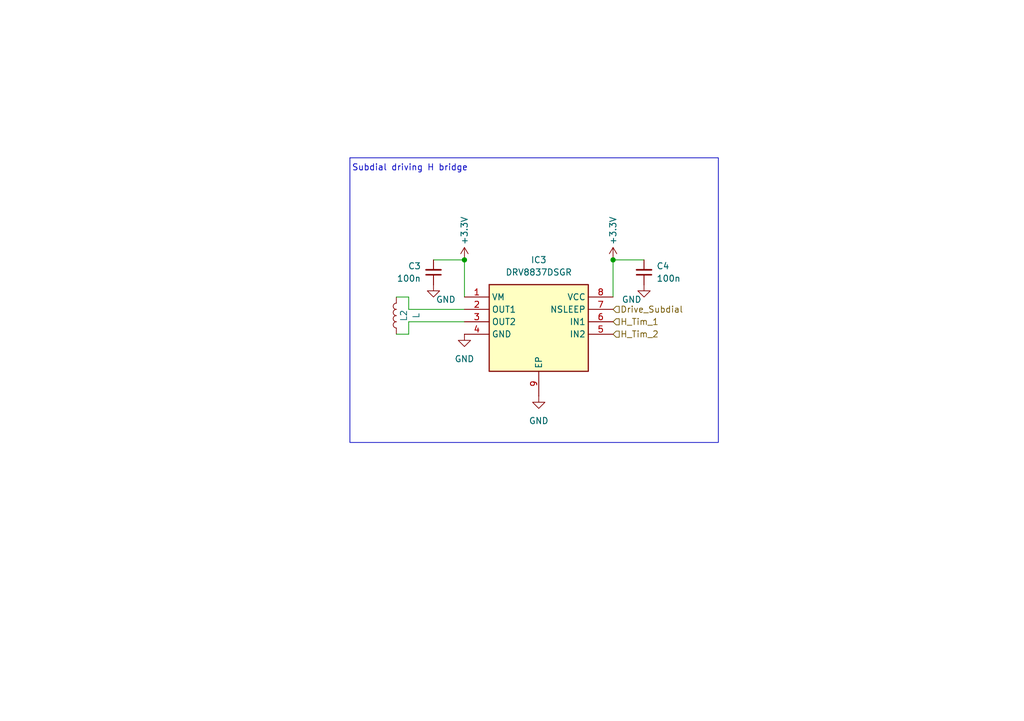
<source format=kicad_sch>
(kicad_sch (version 20250114) (generator "eeschema") (generator_version "9.0")
  (paper "A5")
  (lib_symbols
    (symbol "Device:C_Small" (pin_numbers (hide yes)) (pin_names (offset 0.254) (hide yes))
      (property "Reference" "C" (at 0.254 1.778 0))
      (property "Value" "C_Small" (at 0.254 -2.032 0))
      (symbol "C_Small_0_1"
        (polyline (pts (xy -1.524 0.508) (xy 1.524 0.508)) (stroke (width 0.3048)))
        (polyline (pts (xy -1.524 -0.508) (xy 1.524 -0.508)) (stroke (width 0.3302)))
      )
      (symbol "C_Small_1_1"
        (pin passive line (at 0 2.54 270) (length 2.032) (name "~") (number "1"))
        (pin passive line (at 0 -2.54 90) (length 2.032) (name "~") (number "2"))
      )
    )
    (symbol "Device:L" (pin_numbers (hide yes)) (pin_names (offset 1.016) (hide yes))
      (property "Reference" "L" (at -1.27 0 90))
      (property "Value" "L" (at 1.905 0 90))
      (symbol "L_0_1"
        (arc (start 0 2.54) (mid 0.6323 1.905) (end 0 1.27))
        (arc (start 0 1.27) (mid 0.6323 0.635) (end 0 0))
        (arc (start 0 0) (mid 0.6323 -0.635) (end 0 -1.27))
        (arc (start 0 -1.27) (mid 0.6323 -1.905) (end 0 -2.54))
      )
      (symbol "L_1_1"
        (pin passive line (at 0 3.81 270) (length 1.27) (name "1") (number "1"))
        (pin passive line (at 0 -3.81 90) (length 1.27) (name "2") (number "2"))
      )
    )
    (symbol "SamacSys_Parts:DRV8837DSGR"
      (property "Reference" "IC" (at 26.67 7.62 0))
      (property "Value" "DRV8837DSGR" (at 26.67 5.08 0))
      (symbol "DRV8837DSGR_1_1"
        (rectangle (start 5.08 2.54) (end 25.4 -15.24) (stroke (width 0.254)) (fill (type background)))
        (pin passive line (at 0 0 0) (length 5.08) (name "VM") (number "1"))
        (pin passive line (at 0 -2.54 0) (length 5.08) (name "OUT1") (number "2"))
        (pin passive line (at 0 -5.08 0) (length 5.08) (name "OUT2") (number "3"))
        (pin passive line (at 0 -7.62 0) (length 5.08) (name "GND") (number "4"))
        (pin passive line (at 15.24 -20.32 90) (length 5.08) (name "EP") (number "9"))
        (pin passive line (at 30.48 0 180) (length 5.08) (name "VCC") (number "8"))
        (pin passive line (at 30.48 -2.54 180) (length 5.08) (name "NSLEEP") (number "7"))
        (pin passive line (at 30.48 -5.08 180) (length 5.08) (name "IN1") (number "6"))
        (pin passive line (at 30.48 -7.62 180) (length 5.08) (name "IN2") (number "5"))
      )
    )
    (symbol "power:+3.3V" (power) (pin_numbers (hide yes)) (pin_names (offset 0) (hide yes))
      (property "Value" "+3.3V" (at 0 3.556 0))
      (symbol "+3.3V_0_1"
        (polyline (pts (xy -0.762 1.27) (xy 0 2.54)))
        (polyline (pts (xy 0 2.54) (xy 0.762 1.27)))
        (polyline (pts (xy 0 0) (xy 0 2.54)))
      )
      (symbol "+3.3V_1_1"
        (pin power_in line (at 0 0 90) (length 0) (name "~") (number "1"))
      )
    )
    (symbol "power:GND" (power) (pin_numbers (hide yes)) (pin_names (offset 0) (hide yes))
      (property "Value" "GND" (at 0 -3.81 0))
      (symbol "GND_0_1"
        (polyline (pts (xy 0 0) (xy 0 -1.27) (xy 1.27 -1.27) (xy 0 -2.54) (xy -1.27 -1.27) (xy 0 -1.27)))
      )
      (symbol "GND_1_1"
        (pin power_in line (at 0 0 270) (length 0) (name "~") (number "1"))
      )
    )
  )
  (rectangle (start 71.755 32.385) (end 147.32 90.805))
  (text "Subdial driving H bridge" (at 84.074 34.544 0) (effects (font (size 1.27 1.27))))
  (junction (at 125.73 53.34))
  (junction (at 95.25 53.34))
  (wire (pts (xy 83.82 60.96) (xy 83.82 63.5)))
  (wire (pts (xy 132.08 53.34) (xy 125.73 53.34)))
  (wire (pts (xy 95.25 53.34) (xy 95.25 60.96)))
  (wire (pts (xy 81.28 60.96) (xy 83.82 60.96)))
  (wire (pts (xy 88.9 53.34) (xy 95.25 53.34)))
  (wire (pts (xy 83.82 68.58) (xy 83.82 66.04)))
  (wire (pts (xy 83.82 66.04) (xy 95.25 66.04)))
  (wire (pts (xy 125.73 53.34) (xy 125.73 60.96)))
  (wire (pts (xy 81.28 68.58) (xy 83.82 68.58)))
  (wire (pts (xy 83.82 63.5) (xy 95.25 63.5)))
  (hierarchical_label "Drive_Subdial" (shape input) (at 125.73 63.5 0))
  (hierarchical_label "H_Tim_2" (shape input) (at 125.73 68.58 0))
  (hierarchical_label "H_Tim_1" (shape input) (at 125.73 66.04 0))
  (symbol (lib_id "Device:L") (at 81.28 64.77 180) (unit 1)
    (property "Reference" "L2" (at 82.804 64.77 90))
    (property "Value" "L" (at 85.344 64.77 90))
    (property "Footprint" "SamacSys_Parts:Miyota 2035" (effects (hide yes)))
    (property "Description" "Inductor" (effects (hide yes)))
  )
  (symbol (lib_id "power:+3.3V") (at 125.73 53.34 0) (mirror y) (unit 1)
    (property "Reference" "#PWR046" (effects (hide yes)))
    (property "Value" "+3.3V" (at 125.73 50.292 90) (effects (justify left)))
    (property "Description" "Power symbol creates a global label with name \"+3.3V\"" (effects (hide yes)))
  )
  (symbol (lib_id "SamacSys_Parts:DRV8837DSGR") (at 95.25 60.96 0) (unit 1)
    (property "Reference" "IC3" (at 110.49 53.34 0))
    (property "Value" "DRV8837DSGR" (at 110.49 55.88 0))
    (property "Footprint" "SamacSys_Parts:SON50P200X200X80-9N" (effects (hide yes)))
    (property "Datasheet" "http://www.ti.com/lit/gpn/drv8837" (effects (hide yes)))
    (property "Description" "1.8A Low Voltage Brushed DC Motor Driver (PWM Ctrl)" (effects (hide yes)))
    (property "Height" "0.8" (effects (hide yes)))
    (property "Manufacturer_Name" "Texas Instruments" (effects (hide yes)))
    (property "Manufacturer_Part_Number" "DRV8837DSGR" (effects (hide yes)))
    (property "Mouser Part Number" "595-DRV8837DSGR" (effects (hide yes)))
    (property "Mouser Price/Stock" "https://www.mouser.co.uk/ProductDetail/Texas-Instruments/DRV8837DSGR?qs=l6ZoeTYLMwO0pKIJ8222Ww%3D%3D" (effects (hide yes)))
    (property "Arrow Part Number" "DRV8837DSGR" (effects (hide yes)))
    (property "Arrow Price/Stock" "https://www.arrow.com/en/products/drv8837dsgr/texas-instruments?utm_currency=USD&region=nac" (effects (hide yes)))
  )
  (symbol (lib_id "power:GND") (at 132.08 58.42 0) (mirror y) (unit 1)
    (property "Reference" "#PWR026" (effects (hide yes)))
    (property "Value" "GND" (at 129.54 61.468 0))
    (property "Description" "Power symbol creates a global label with name \"GND\" , ground" (effects (hide yes)))
  )
  (symbol (lib_id "Device:C_Small") (at 88.9 55.88 0) (mirror x) (unit 1)
    (property "Reference" "C3" (at 86.36 54.6035 0) (effects (justify right)))
    (property "Value" "100n" (at 86.36 57.1435 0) (effects (justify right)))
    (property "Footprint" "Capacitor_SMD:C_0201_0603Metric" (effects (hide yes)))
    (property "Description" "Unpolarized capacitor, small symbol" (effects (hide yes)))
  )
  (symbol (lib_id "power:GND") (at 95.25 68.58 0) (unit 1)
    (property "Reference" "#PWR020" (effects (hide yes)))
    (property "Value" "GND" (at 95.25 73.66 0))
    (property "Description" "Power symbol creates a global label with name \"GND\" , ground" (effects (hide yes)))
  )
  (symbol (lib_id "Device:C_Small") (at 132.08 55.88 180) (unit 1)
    (property "Reference" "C4" (at 134.62 54.6035 0) (effects (justify right)))
    (property "Value" "100n" (at 134.62 57.1435 0) (effects (justify right)))
    (property "Footprint" "Capacitor_SMD:C_0201_0603Metric" (effects (hide yes)))
    (property "Description" "Unpolarized capacitor, small symbol" (effects (hide yes)))
  )
  (symbol (lib_id "power:GND") (at 88.9 58.42 0) (unit 1)
    (property "Reference" "#PWR045" (effects (hide yes)))
    (property "Value" "GND" (at 91.44 61.468 0))
    (property "Description" "Power symbol creates a global label with name \"GND\" , ground" (effects (hide yes)))
  )
  (symbol (lib_id "power:GND") (at 110.49 81.28 0) (unit 1)
    (property "Reference" "#PWR050" (effects (hide yes)))
    (property "Value" "GND" (at 110.49 86.36 0))
    (property "Description" "Power symbol creates a global label with name \"GND\" , ground" (effects (hide yes)))
  )
  (symbol (lib_id "power:+3.3V") (at 95.25 53.34 0) (unit 1)
    (property "Reference" "#PWR041" (effects (hide yes)))
    (property "Value" "+3.3V" (at 95.25 50.292 90) (effects (justify left)))
    (property "Description" "Power symbol creates a global label with name \"+3.3V\"" (effects (hide yes)))
  )
)
</source>
